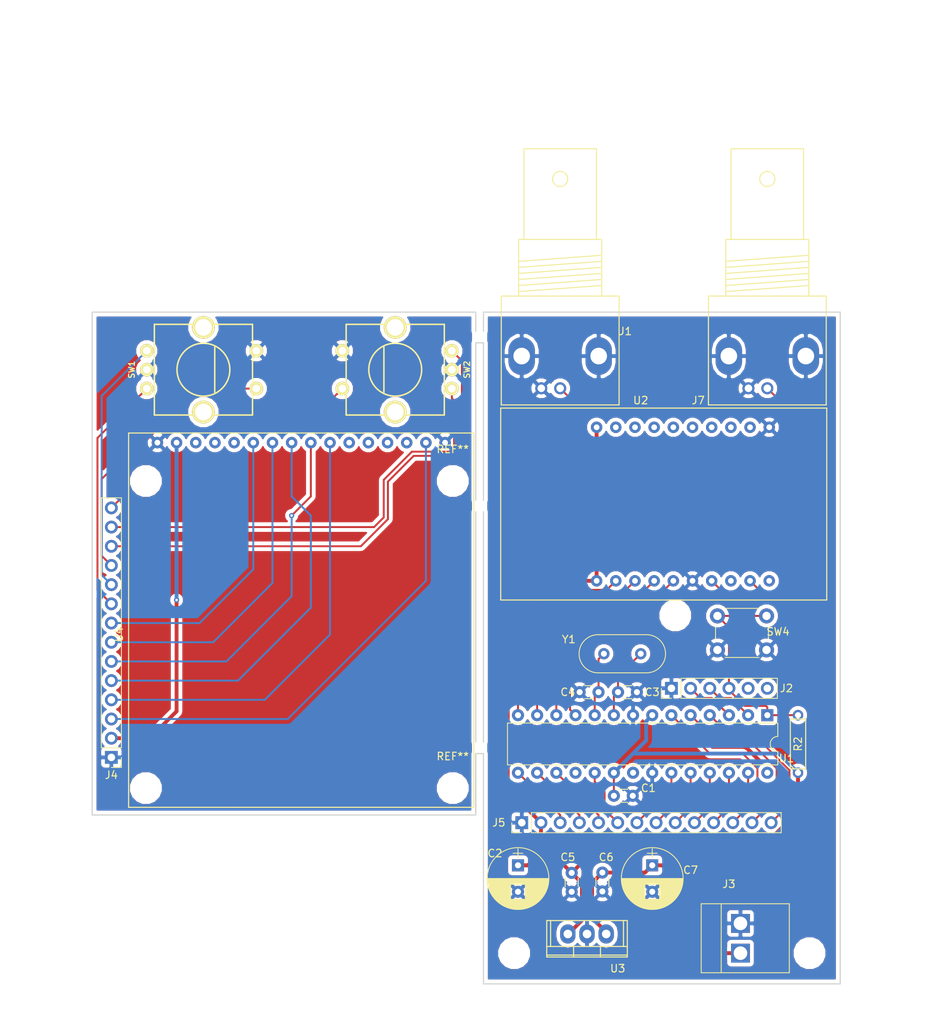
<source format=kicad_pcb>
(kicad_pcb (version 4) (host pcbnew 4.0.7-e2-6376~58~ubuntu16.04.1)
  (title_block (title AD9850))
  (layers (0 F.Cu signal) (31 B.Cu signal) (35 F.Paste user hide) (36 B.SilkS user) (37 F.SilkS user) (38 B.Mask user) (39 F.Mask user) (44 Edge.Cuts user))
  (net 0 "")
  (net 1 +5V)
  (net 2 GND)
  (net 3 "Net-(C3-Pad2)")
  (net 4 "Net-(C4-Pad2)")
  (net 5 "Net-(J1-Pad1)")
  (net 6 "Net-(J2-Pad5)")
  (net 7 "Net-(J2-Pad6)")
  (net 8 "Net-(J7-Pad1)")
  (net 9 "Net-(U1-Pad18)")
  (net 10 "Net-(U1-Pad21)")
  (net 11 "Net-(U1-Pad11)")
  (net 12 "Net-(U1-Pad12)")
  (net 13 "Net-(U1-Pad13)")
  (net 14 "Net-(U1-Pad14)")
  (net 15 "Net-(U1-Pad28)")
  (net 16 "Net-(J2-Pad2)")
  (net 17 "Net-(J2-Pad3)")
  (net 18 "Net-(J2-Pad4)")
  (net 19 /D9)
  (net 20 /CS)
  (net 21 /MOSI)
  (net 22 /SCK)
  (net 23 /DC)
  (net 24 /RST)
  (net 25 /STEP1)
  (net 26 /STEP2)
  (net 27 /SET1Hz)
  (net 28 /FREQ1)
  (net 29 /FREQ2)
  (net 30 /SET1kHz)
  (net 31 "Net-(C6-Pad1)")
  (net 32 "Net-(U2-Pad8)")
  (net 33 "Net-(U2-Pad10)")
  (net 34 "Net-(U2-Pad19)")
  (net 35 "Net-(U2-Pad18)")
  (net 36 "Net-(U2-Pad17)")
  (net 37 "Net-(U2-Pad16)")
  (net 38 "Net-(U2-Pad15)")
  (net 39 "Net-(U2-Pad14)")
  (net 40 "Net-(U2-Pad13)")
  (net 41 "Net-(U2-Pad12)")
  (net 42 "Net-(U4-Pad11)")
  (net 43 "Net-(U4-Pad12)")
  (net 44 "Net-(U4-Pad13)")
  (net 45 "Net-(U4-Pad14)")
  (module Crystals:Crystal_HC49-4H_Vertical (layer F.Cu) (at 173.736 110.744 180)
    (fp_text reference Y1 (at 9.525 1.905 180) (layer F.SilkS))
    (fp_text value 16MHz)
    (pad 1 thru_hole circle (at 0 0 180) (size 1.5 1.5) (drill 0.8) (layers *.Cu *.Mask) (net 3 "Net-(C3-Pad2)"))
    (pad 2 thru_hole circle (at 4.88 0 180) (size 1.5 1.5) (drill 0.8) (layers *.Cu *.Mask) (net 4 "Net-(C4-Pad2)"))
  )
  (module Mounting_Holes:MountingHole_3.2mm_M3 (layer F.Cu) (at 156.972 150.368)
    (fp_text reference "" (at 0 -4.2) (layer F.SilkS))
    (fp_text value "")
    (pad 1 np_thru_hole circle (at 0 0) (size 3.2 3.2) (drill 3.2) (layers *.Cu *.Mask))
  )
  (module Capacitors_THT:C_Disc_D3.0mm_W1.6mm_P2.50mm (layer F.Cu) (at 170.18 129.54)
    (fp_text reference C1 (at 4.572 -1.016) (layer F.SilkS))
    (fp_text value 0.1uF)
    (pad 1 thru_hole circle (at 0 0) (size 1.6 1.6) (drill 0.8) (layers *.Cu *.Mask) (net 1 +5V))
    (pad 2 thru_hole circle (at 2.5 0) (size 1.6 1.6) (drill 0.8) (layers *.Cu *.Mask) (net 2 GND))
  )
  (module Housings_DIP:DIP-28_W7.62mm (layer F.Cu) (at 190.5 118.872 270)
    (fp_text reference U1 (at 5.715 -2.54 360) (layer F.SilkS))
    (fp_text value ATMEGA328P-PU)
    (pad 1 thru_hole rect (at 0 0 270) (size 1.6 1.6) (drill 0.8) (layers *.Cu *.Mask) (net 18 "Net-(J2-Pad4)"))
    (pad 15 thru_hole oval (at 7.62 33.02 270) (size 1.6 1.6) (drill 0.8) (layers *.Cu *.Mask) (net 19 /D9))
    (pad 2 thru_hole oval (at 0 2.54 270) (size 1.6 1.6) (drill 0.8) (layers *.Cu *.Mask) (net 17 "Net-(J2-Pad3)"))
    (pad 16 thru_hole oval (at 7.62 30.48 270) (size 1.6 1.6) (drill 0.8) (layers *.Cu *.Mask) (net 20 /CS))
    (pad 3 thru_hole oval (at 0 5.08 270) (size 1.6 1.6) (drill 0.8) (layers *.Cu *.Mask) (net 16 "Net-(J2-Pad2)"))
    (pad 17 thru_hole oval (at 7.62 27.94 270) (size 1.6 1.6) (drill 0.8) (layers *.Cu *.Mask) (net 21 /MOSI))
    (pad 4 thru_hole oval (at 0 7.62 270) (size 1.6 1.6) (drill 0.8) (layers *.Cu *.Mask) (net 28 /FREQ1))
    (pad 18 thru_hole oval (at 7.62 25.4 270) (size 1.6 1.6) (drill 0.8) (layers *.Cu *.Mask) (net 9 "Net-(U1-Pad18)"))
    (pad 5 thru_hole oval (at 0 10.16 270) (size 1.6 1.6) (drill 0.8) (layers *.Cu *.Mask) (net 29 /FREQ2))
    (pad 19 thru_hole oval (at 7.62 22.86 270) (size 1.6 1.6) (drill 0.8) (layers *.Cu *.Mask) (net 22 /SCK))
    (pad 6 thru_hole oval (at 0 12.7 270) (size 1.6 1.6) (drill 0.8) (layers *.Cu *.Mask) (net 30 /SET1kHz))
    (pad 20 thru_hole oval (at 7.62 20.32 270) (size 1.6 1.6) (drill 0.8) (layers *.Cu *.Mask) (net 1 +5V))
    (pad 7 thru_hole oval (at 0 15.24 270) (size 1.6 1.6) (drill 0.8) (layers *.Cu *.Mask) (net 1 +5V))
    (pad 21 thru_hole oval (at 7.62 17.78 270) (size 1.6 1.6) (drill 0.8) (layers *.Cu *.Mask) (net 10 "Net-(U1-Pad21)"))
    (pad 8 thru_hole oval (at 0 17.78 270) (size 1.6 1.6) (drill 0.8) (layers *.Cu *.Mask) (net 2 GND))
    (pad 22 thru_hole oval (at 7.62 15.24 270) (size 1.6 1.6) (drill 0.8) (layers *.Cu *.Mask) (net 2 GND))
    (pad 9 thru_hole oval (at 0 20.32 270) (size 1.6 1.6) (drill 0.8) (layers *.Cu *.Mask) (net 3 "Net-(C3-Pad2)"))
    (pad 23 thru_hole oval (at 7.62 12.7 270) (size 1.6 1.6) (drill 0.8) (layers *.Cu *.Mask) (net 23 /DC))
    (pad 10 thru_hole oval (at 0 22.86 270) (size 1.6 1.6) (drill 0.8) (layers *.Cu *.Mask) (net 4 "Net-(C4-Pad2)"))
    (pad 24 thru_hole oval (at 7.62 10.16 270) (size 1.6 1.6) (drill 0.8) (layers *.Cu *.Mask) (net 24 /RST))
    (pad 11 thru_hole oval (at 0 25.4 270) (size 1.6 1.6) (drill 0.8) (layers *.Cu *.Mask) (net 11 "Net-(U1-Pad11)"))
    (pad 25 thru_hole oval (at 7.62 7.62 270) (size 1.6 1.6) (drill 0.8) (layers *.Cu *.Mask) (net 25 /STEP1))
    (pad 12 thru_hole oval (at 0 27.94 270) (size 1.6 1.6) (drill 0.8) (layers *.Cu *.Mask) (net 12 "Net-(U1-Pad12)"))
    (pad 26 thru_hole oval (at 7.62 5.08 270) (size 1.6 1.6) (drill 0.8) (layers *.Cu *.Mask) (net 26 /STEP2))
    (pad 13 thru_hole oval (at 0 30.48 270) (size 1.6 1.6) (drill 0.8) (layers *.Cu *.Mask) (net 13 "Net-(U1-Pad13)"))
    (pad 27 thru_hole oval (at 7.62 2.54 270) (size 1.6 1.6) (drill 0.8) (layers *.Cu *.Mask) (net 27 /SET1Hz))
    (pad 14 thru_hole oval (at 0 33.02 270) (size 1.6 1.6) (drill 0.8) (layers *.Cu *.Mask) (net 14 "Net-(U1-Pad14)"))
    (pad 28 thru_hole oval (at 7.62 0 270) (size 1.6 1.6) (drill 0.8) (layers *.Cu *.Mask) (net 15 "Net-(U1-Pad28)"))
  )
  (module Capacitors_THT:C_Disc_D3.0mm_W1.6mm_P2.50mm (layer F.Cu) (at 165.648 115.824)
    (fp_text reference C4 (at -1.564 0) (layer F.SilkS))
    (fp_text value 22pF)
    (pad 1 thru_hole circle (at 0 0) (size 1.6 1.6) (drill 0.8) (layers *.Cu *.Mask) (net 2 GND))
    (pad 2 thru_hole circle (at 2.5 0) (size 1.6 1.6) (drill 0.8) (layers *.Cu *.Mask) (net 4 "Net-(C4-Pad2)"))
  )
  (module Capacitors_THT:C_Disc_D3.0mm_W1.6mm_P2.50mm (layer F.Cu) (at 173.228 115.824 180)
    (fp_text reference C3 (at -2.032 0 180) (layer F.SilkS))
    (fp_text value 22pF)
    (pad 1 thru_hole circle (at 0 0 180) (size 1.6 1.6) (drill 0.8) (layers *.Cu *.Mask) (net 2 GND))
    (pad 2 thru_hole circle (at 2.5 0 180) (size 1.6 1.6) (drill 0.8) (layers *.Cu *.Mask) (net 3 "Net-(C3-Pad2)"))
  )
  (module Capacitors_THT:C_Disc_D3.0mm_W1.6mm_P2.50mm (layer F.Cu) (at 164.592 139.74 270)
    (fp_text reference C5 (at -2.072 0.508 360) (layer F.SilkS))
    (fp_text value 0.1uF)
    (pad 1 thru_hole circle (at 0 0 270) (size 1.6 1.6) (drill 0.8) (layers *.Cu *.Mask) (net 1 +5V))
    (pad 2 thru_hole circle (at 2.5 0 270) (size 1.6 1.6) (drill 0.8) (layers *.Cu *.Mask) (net 2 GND))
  )
  (module Capacitors_THT:C_Disc_D3.0mm_W1.6mm_P2.50mm (layer F.Cu) (at 168.656 139.7 270)
    (fp_text reference C6 (at -2.032 -0.508 360) (layer F.SilkS))
    (fp_text value 0.1uF)
    (pad 1 thru_hole circle (at 0 0 270) (size 1.6 1.6) (drill 0.8) (layers *.Cu *.Mask) (net 31 "Net-(C6-Pad1)"))
    (pad 2 thru_hole circle (at 2.5 0 270) (size 1.6 1.6) (drill 0.8) (layers *.Cu *.Mask) (net 2 GND))
  )
  (module Connectors_TE-Connectivity:BNC_Socket_TYCO-AMP (layer F.Cu) (at 163.068 70.612)
    (fp_text reference J1 (at 8.636 -2.54) (layer F.SilkS))
    (fp_text value "Square Out")
    (pad 2 thru_hole oval (at -5.09778 0.7366) (size 3.50012 5.00126) (drill 2.19964) (layers *.Cu *.Mask) (net 2 GND))
    (pad 2 thru_hole oval (at 5.10032 0.7366) (size 3.50012 5.00126) (drill 2.19964) (layers *.Cu *.Mask) (net 2 GND))
    (pad 1 thru_hole circle (at 0 5.00126) (size 1.6002 1.6002) (drill 1.00076) (layers *.Cu *.Mask) (net 5 "Net-(J1-Pad1)"))
    (pad 2 thru_hole circle (at -2.49936 5.00126) (size 1.6002 1.6002) (drill 1.00076) (layers *.Cu *.Mask) (net 2 GND))
  )
  (module Pin_Headers:Pin_Header_Straight_1x06_Pitch2.54mm (layer F.Cu) (at 177.8 115.316 90)
    (fp_text reference J2 (at 0 15.24 180) (layer F.SilkS))
    (fp_text value "Programming Header")
    (pad 1 thru_hole rect (at 0 0 90) (size 1.7 1.7) (drill 1) (layers *.Cu *.Mask) (net 2 GND))
    (pad 2 thru_hole oval (at 0 2.54 90) (size 1.7 1.7) (drill 1) (layers *.Cu *.Mask) (net 16 "Net-(J2-Pad2)"))
    (pad 3 thru_hole oval (at 0 5.08 90) (size 1.7 1.7) (drill 1) (layers *.Cu *.Mask) (net 17 "Net-(J2-Pad3)"))
    (pad 4 thru_hole oval (at 0 7.62 90) (size 1.7 1.7) (drill 1) (layers *.Cu *.Mask) (net 18 "Net-(J2-Pad4)"))
    (pad 5 thru_hole oval (at 0 10.16 90) (size 1.7 1.7) (drill 1) (layers *.Cu *.Mask) (net 6 "Net-(J2-Pad5)"))
    (pad 6 thru_hole oval (at 0 12.7 90) (size 1.7 1.7) (drill 1) (layers *.Cu *.Mask) (net 7 "Net-(J2-Pad6)"))
  )
  (module Connectors_TE-Connectivity:BNC_Socket_TYCO-AMP (layer F.Cu) (at 190.5 70.612)
    (fp_text reference J7 (at -9.144 6.604) (layer F.SilkS))
    (fp_text value "Sine Out")
    (pad 2 thru_hole oval (at -5.09778 0.7366) (size 3.50012 5.00126) (drill 2.19964) (layers *.Cu *.Mask) (net 2 GND))
    (pad 2 thru_hole oval (at 5.10032 0.7366) (size 3.50012 5.00126) (drill 2.19964) (layers *.Cu *.Mask) (net 2 GND))
    (pad 1 thru_hole circle (at 0 5.00126) (size 1.6002 1.6002) (drill 1.00076) (layers *.Cu *.Mask) (net 8 "Net-(J7-Pad1)"))
    (pad 2 thru_hole circle (at -2.49936 5.00126) (size 1.6002 1.6002) (drill 1.00076) (layers *.Cu *.Mask) (net 2 GND))
  )
  (module Buttons_Switches_THT:SW_PUSH_6mm (layer F.Cu) (at 183.896 105.736)
    (fp_text reference SW4 (at 8.024 2.087) (layer F.SilkS))
    (fp_text value Reset/Pgm)
    (pad 2 thru_hole circle (at 0 4.5 90) (size 2 2) (drill 1.1) (layers *.Cu *.Mask) (net 2 GND))
    (pad 1 thru_hole circle (at 0 0 90) (size 2 2) (drill 1.1) (layers *.Cu *.Mask) (net 18 "Net-(J2-Pad4)"))
    (pad 2 thru_hole circle (at 6.5 4.5 90) (size 2 2) (drill 1.1) (layers *.Cu *.Mask) (net 2 GND))
    (pad 1 thru_hole circle (at 6.5 0 90) (size 2 2) (drill 1.1) (layers *.Cu *.Mask) (net 18 "Net-(J2-Pad4)"))
  )
  (module myfootprint:TO-220 (layer F.Cu) (at 166.624 147.828 180)
    (fp_text reference U3 (at -4.064 -4.572 180) (layer F.SilkS))
    (fp_text value 7805)
    (pad GND thru_hole oval (at 0 0 180) (size 2.032 2.54) (drill 1.143) (layers *.Cu *.Mask) (net 2 GND))
    (pad VO thru_hole oval (at 2.54 0 180) (size 2.032 2.54) (drill 1.143) (layers *.Cu *.Mask) (net 1 +5V))
    (pad VI thru_hole oval (at -2.54 0 180) (size 2.032 2.54) (drill 1.143) (layers *.Cu *.Mask) (net 31 "Net-(C6-Pad1)"))
  )
  (module Capacitors_THT:CP_Radial_D8.0mm_P3.50mm (layer F.Cu) (at 157.48 138.74 270)
    (fp_text reference C2 (at -1.58 3.048 540) (layer F.SilkS))
    (fp_text value 220uF)
    (pad 1 thru_hole rect (at 0 0 270) (size 1.6 1.6) (drill 0.8) (layers *.Cu *.Mask) (net 1 +5V))
    (pad 2 thru_hole circle (at 3.5 0 270) (size 1.6 1.6) (drill 0.8) (layers *.Cu *.Mask) (net 2 GND))
  )
  (module Capacitors_THT:CP_Radial_D8.0mm_P3.50mm (layer F.Cu) (at 175.26 138.74 270)
    (fp_text reference C7 (at 0.635 -5.08 360) (layer F.SilkS))
    (fp_text value 220uF)
    (pad 1 thru_hole rect (at 0 0 270) (size 1.6 1.6) (drill 0.8) (layers *.Cu *.Mask) (net 31 "Net-(C6-Pad1)"))
    (pad 2 thru_hole circle (at 3.5 0 270) (size 1.6 1.6) (drill 0.8) (layers *.Cu *.Mask) (net 2 GND))
  )
  (module Discret:R3 (layer F.Cu) (at 194.564 122.682 90)
    (fp_text reference R2 (at 0 0 90) (layer F.SilkS))
    (fp_text value 10k)
    (pad 1 thru_hole circle (at -3.81 0 90) (size 1.397 1.397) (drill 0.8128) (layers *.Cu *.Mask) (net 1 +5V))
    (pad 2 thru_hole circle (at 3.81 0 90) (size 1.397 1.397) (drill 0.8128) (layers *.Cu *.Mask) (net 18 "Net-(J2-Pad4)"))
  )
  (module Pin_Headers:Pin_Header_Straight_1x14_Pitch2.54mm (layer F.Cu) (at 157.988 133.096 90)
    (fp_text reference J5 (at 0 -3.048 180) (layer F.SilkS))
    (fp_text value "")
    (pad 1 thru_hole rect (at 0 0 90) (size 1.7 1.7) (drill 1) (layers *.Cu *.Mask) (net 2 GND))
    (pad 2 thru_hole oval (at 0 2.54 90) (size 1.7 1.7) (drill 1) (layers *.Cu *.Mask) (net 1 +5V))
    (pad 3 thru_hole oval (at 0 5.08 90) (size 1.7 1.7) (drill 1) (layers *.Cu *.Mask) (net 19 /D9))
    (pad 4 thru_hole oval (at 0 7.62 90) (size 1.7 1.7) (drill 1) (layers *.Cu *.Mask) (net 20 /CS))
    (pad 5 thru_hole oval (at 0 10.16 90) (size 1.7 1.7) (drill 1) (layers *.Cu *.Mask) (net 21 /MOSI))
    (pad 6 thru_hole oval (at 0 12.7 90) (size 1.7 1.7) (drill 1) (layers *.Cu *.Mask) (net 22 /SCK))
    (pad 7 thru_hole oval (at 0 15.24 90) (size 1.7 1.7) (drill 1) (layers *.Cu *.Mask) (net 23 /DC))
    (pad 8 thru_hole oval (at 0 17.78 90) (size 1.7 1.7) (drill 1) (layers *.Cu *.Mask) (net 24 /RST))
    (pad 9 thru_hole oval (at 0 20.32 90) (size 1.7 1.7) (drill 1) (layers *.Cu *.Mask) (net 25 /STEP1))
    (pad 10 thru_hole oval (at 0 22.86 90) (size 1.7 1.7) (drill 1) (layers *.Cu *.Mask) (net 26 /STEP2))
    (pad 11 thru_hole oval (at 0 25.4 90) (size 1.7 1.7) (drill 1) (layers *.Cu *.Mask) (net 27 /SET1Hz))
    (pad 12 thru_hole oval (at 0 27.94 90) (size 1.7 1.7) (drill 1) (layers *.Cu *.Mask) (net 30 /SET1kHz))
    (pad 13 thru_hole oval (at 0 30.48 90) (size 1.7 1.7) (drill 1) (layers *.Cu *.Mask) (net 29 /FREQ2))
    (pad 14 thru_hole oval (at 0 33.02 90) (size 1.7 1.7) (drill 1) (layers *.Cu *.Mask) (net 28 /FREQ1))
  )
  (module myfootprint:DS9850_Module (layer F.Cu) (at 179.324 90.932 90)
    (fp_text reference U2 (at 13.716 -5.588 180) (layer F.SilkS))
    (fp_text value AD9850_Module)
    (pad 1 thru_hole circle (at -10.16 -11.43 90) (size 1.524 1.524) (drill 0.762) (layers *.Cu *.Mask) (net 1 +5V))
    (pad 2 thru_hole circle (at -10.16 -8.89 180) (size 1.524 1.524) (drill 0.762) (layers *.Cu *.Mask) (net 14 "Net-(U1-Pad14)"))
    (pad 3 thru_hole circle (at -10.16 -6.35 90) (size 1.524 1.524) (drill 0.762) (layers *.Cu *.Mask) (net 13 "Net-(U1-Pad13)"))
    (pad 4 thru_hole circle (at -10.16 -3.81 90) (size 1.524 1.524) (drill 0.762) (layers *.Cu *.Mask) (net 12 "Net-(U1-Pad12)"))
    (pad 5 thru_hole circle (at -10.16 -1.27 90) (size 1.524 1.524) (drill 0.762) (layers *.Cu *.Mask) (net 11 "Net-(U1-Pad11)"))
    (pad 6 thru_hole circle (at -10.16 1.27 90) (size 1.524 1.524) (drill 0.762) (layers *.Cu *.Mask) (net 2 GND))
    (pad 7 thru_hole circle (at -10.16 3.81 90) (size 1.524 1.524) (drill 0.762) (layers *.Cu *.Mask) (net 8 "Net-(J7-Pad1)"))
    (pad 8 thru_hole circle (at -10.16 6.35 90) (size 1.524 1.524) (drill 0.762) (layers *.Cu *.Mask) (net 32 "Net-(U2-Pad8)"))
    (pad 9 thru_hole circle (at -10.16 8.89 90) (size 1.524 1.524) (drill 0.762) (layers *.Cu *.Mask) (net 5 "Net-(J1-Pad1)"))
    (pad 10 thru_hole circle (at -10.16 11.43 90) (size 1.524 1.524) (drill 0.762) (layers *.Cu *.Mask) (net 33 "Net-(U2-Pad10)"))
    (pad 20 thru_hole circle (at 10.16 -11.43 90) (size 1.524 1.524) (drill 0.762) (layers *.Cu *.Mask) (net 1 +5V))
    (pad 19 thru_hole circle (at 10.16 -8.89 90) (size 1.524 1.524) (drill 0.762) (layers *.Cu *.Mask) (net 34 "Net-(U2-Pad19)"))
    (pad 18 thru_hole circle (at 10.16 -6.35 90) (size 1.524 1.524) (drill 0.762) (layers *.Cu *.Mask) (net 35 "Net-(U2-Pad18)"))
    (pad 17 thru_hole circle (at 10.16 -3.81 90) (size 1.524 1.524) (drill 0.762) (layers *.Cu *.Mask) (net 36 "Net-(U2-Pad17)"))
    (pad 16 thru_hole circle (at 10.16 -1.27 90) (size 1.524 1.524) (drill 0.762) (layers *.Cu *.Mask) (net 37 "Net-(U2-Pad16)"))
    (pad 15 thru_hole circle (at 10.16 1.27 90) (size 1.524 1.524) (drill 0.762) (layers *.Cu *.Mask) (net 38 "Net-(U2-Pad15)"))
    (pad 14 thru_hole circle (at 10.16 3.81 90) (size 1.524 1.524) (drill 0.762) (layers *.Cu *.Mask) (net 39 "Net-(U2-Pad14)"))
    (pad 13 thru_hole circle (at 10.16 6.35 90) (size 1.524 1.524) (drill 0.762) (layers *.Cu *.Mask) (net 40 "Net-(U2-Pad13)"))
    (pad 12 thru_hole circle (at 10.16 8.89 90) (size 1.524 1.524) (drill 0.762) (layers *.Cu *.Mask) (net 41 "Net-(U2-Pad12)"))
    (pad 11 thru_hole circle (at 10.16 11.43 90) (size 1.524 1.524) (drill 0.762) (layers *.Cu *.Mask) (net 2 GND))
  )
  (module Mounting_Holes:MountingHole_3.2mm_M3_DIN965 (layer F.Cu) (at 178.308 105.664)
    (fp_text reference "" (at 0 -3.8) (layer F.SilkS))
    (fp_text value "")
    (pad 1 np_thru_hole circle (at 0 0) (size 3.2 3.2) (drill 3.2) (layers *.Cu *.Mask))
  )
  (module Pin_Headers:Pin_Header_Straight_1x14_Pitch2.54mm (layer F.Cu) (at 103.632 124.46 180)
    (fp_text reference J4 (at 0 -2.33 180) (layer F.SilkS))
    (fp_text value "")
    (pad 1 thru_hole rect (at 0 0 180) (size 1.7 1.7) (drill 1) (layers *.Cu *.Mask) (net 2 GND))
    (pad 2 thru_hole oval (at 0 2.54 180) (size 1.7 1.7) (drill 1) (layers *.Cu *.Mask) (net 1 +5V))
    (pad 3 thru_hole oval (at 0 5.08 180) (size 1.7 1.7) (drill 1) (layers *.Cu *.Mask) (net 19 /D9))
    (pad 4 thru_hole oval (at 0 7.62 180) (size 1.7 1.7) (drill 1) (layers *.Cu *.Mask) (net 20 /CS))
    (pad 5 thru_hole oval (at 0 10.16 180) (size 1.7 1.7) (drill 1) (layers *.Cu *.Mask) (net 21 /MOSI))
    (pad 6 thru_hole oval (at 0 12.7 180) (size 1.7 1.7) (drill 1) (layers *.Cu *.Mask) (net 22 /SCK))
    (pad 7 thru_hole oval (at 0 15.24 180) (size 1.7 1.7) (drill 1) (layers *.Cu *.Mask) (net 23 /DC))
    (pad 8 thru_hole oval (at 0 17.78 180) (size 1.7 1.7) (drill 1) (layers *.Cu *.Mask) (net 24 /RST))
    (pad 9 thru_hole oval (at 0 20.32 180) (size 1.7 1.7) (drill 1) (layers *.Cu *.Mask) (net 25 /STEP1))
    (pad 10 thru_hole oval (at 0 22.86 180) (size 1.7 1.7) (drill 1) (layers *.Cu *.Mask) (net 26 /STEP2))
    (pad 11 thru_hole oval (at 0 25.4 180) (size 1.7 1.7) (drill 1) (layers *.Cu *.Mask) (net 27 /SET1Hz))
    (pad 12 thru_hole oval (at 0 27.94 180) (size 1.7 1.7) (drill 1) (layers *.Cu *.Mask) (net 28 /FREQ1))
    (pad 13 thru_hole oval (at 0 30.48 180) (size 1.7 1.7) (drill 1) (layers *.Cu *.Mask) (net 29 /FREQ2))
    (pad 14 thru_hole oval (at 0 33.02 180) (size 1.7 1.7) (drill 1) (layers *.Cu *.Mask) (net 30 /SET1kHz))
  )
  (module myfootprint:SF-ROTARY-ENCODER (layer F.Cu) (at 115.824 73.152 270)
    (fp_text reference SW1 (at 0 9.5 270) (layer F.SilkS) (effects (font (size 0.762 0.762) (thickness 0.1524))))
    (fp_text value "Step Encoder" hide)
    (pad 4 thru_hole circle (at -2.5 -7 270) (size 1.8 1.8) (drill 1) (layers *.Cu *.Mask F.SilkS) (net 2 GND))
    (pad 1 thru_hole circle (at -2.5 7.5 270) (size 1.8 1.8) (drill 1) (layers *.Cu *.Mask F.SilkS) (net 26 /STEP2))
    (pad 2 thru_hole circle (at 0 7.5 270) (size 1.8 1.8) (drill 1) (layers *.Cu *.Mask F.SilkS) (net 2 GND))
    (pad 3 thru_hole circle (at 2.5 7.5 270) (size 1.8 1.8) (drill 1) (layers *.Cu *.Mask F.SilkS) (net 25 /STEP1))
    (pad 5 thru_hole circle (at 2.5 -7 270) (size 1.8 1.8) (drill 1) (layers *.Cu *.Mask F.SilkS) (net 27 /SET1Hz))
    (pad "" thru_hole circle (at 5.6 0 270) (size 3 3) (drill 2.2) (layers *.Cu *.Mask F.SilkS))
    (pad "" thru_hole circle (at -5.6 0 270) (size 3 3) (drill 2.2) (layers *.Cu *.Mask F.SilkS))
  )
  (module myfootprint:SF-ROTARY-ENCODER (layer F.Cu) (at 141.224 73.152 90)
    (fp_text reference SW2 (at 0 9.5 90) (layer F.SilkS) (effects (font (size 0.762 0.762) (thickness 0.1524))))
    (fp_text value "Freq Encoder" hide)
    (pad 4 thru_hole circle (at -2.5 -7 90) (size 1.8 1.8) (drill 1) (layers *.Cu *.Mask F.SilkS) (net 30 /SET1kHz))
    (pad 1 thru_hole circle (at -2.5 7.5 90) (size 1.8 1.8) (drill 1) (layers *.Cu *.Mask F.SilkS) (net 29 /FREQ2))
    (pad 2 thru_hole circle (at 0 7.5 90) (size 1.8 1.8) (drill 1) (layers *.Cu *.Mask F.SilkS) (net 2 GND))
    (pad 3 thru_hole circle (at 2.5 7.5 90) (size 1.8 1.8) (drill 1) (layers *.Cu *.Mask F.SilkS) (net 28 /FREQ1))
    (pad 5 thru_hole circle (at 2.5 -7 90) (size 1.8 1.8) (drill 1) (layers *.Cu *.Mask F.SilkS) (net 2 GND))
    (pad "" thru_hole circle (at 5.6 0 90) (size 3 3) (drill 2.2) (layers *.Cu *.Mask F.SilkS))
    (pad "" thru_hole circle (at -5.6 0 90) (size 3 3) (drill 2.2) (layers *.Cu *.Mask F.SilkS))
  )
  (module myfootprint:128x160-SPI_w_SD-CARD (layer F.Cu) (at 135.128 108.204 270)
    (fp_text reference U4 (at 0 30.48 270) (layer F.SilkS))
    (fp_text value 1.8TFTv0.1_128x160)
    (pad 1 thru_hole circle (at -25.4 25.4 270) (size 1.524 1.524) (drill 0.762) (layers *.Cu *.Mask) (net 2 GND))
    (pad 2 thru_hole circle (at -25.4 22.86 270) (size 1.524 1.524) (drill 0.762) (layers *.Cu *.Mask) (net 1 +5V))
    (pad 3 thru_hole circle (at -25.4 20.32 270) (size 1.524 1.524) (drill 0.762) (layers *.Cu *.Mask))
    (pad 4 thru_hole circle (at -25.4 17.78 270) (size 1.524 1.524) (drill 0.762) (layers *.Cu *.Mask))
    (pad 5 thru_hole circle (at -25.4 15.24 270) (size 1.524 1.524) (drill 0.762) (layers *.Cu *.Mask))
    (pad 6 thru_hole circle (at -25.4 12.7 270) (size 1.524 1.524) (drill 0.762) (layers *.Cu *.Mask) (net 24 /RST))
    (pad 7 thru_hole circle (at -25.4 10.16 270) (size 1.524 1.524) (drill 0.762) (layers *.Cu *.Mask) (net 23 /DC))
    (pad 8 thru_hole circle (at -25.4 7.62 270) (size 1.524 1.524) (drill 0.762) (layers *.Cu *.Mask) (net 21 /MOSI))
    (pad 9 thru_hole circle (at -25.4 5.08 270) (size 1.524 1.524) (drill 0.762) (layers *.Cu *.Mask) (net 22 /SCK))
    (pad 10 thru_hole circle (at -25.4 2.54 270) (size 1.524 1.524) (drill 0.762) (layers *.Cu *.Mask) (net 20 /CS))
    (pad 11 thru_hole circle (at -25.4 0 270) (size 1.524 1.524) (drill 0.762) (layers *.Cu *.Mask) (net 42 "Net-(U4-Pad11)"))
    (pad 12 thru_hole circle (at -25.4 -2.54 270) (size 1.524 1.524) (drill 0.762) (layers *.Cu *.Mask) (net 43 "Net-(U4-Pad12)"))
    (pad 13 thru_hole circle (at -25.4 -5.08 270) (size 1.524 1.524) (drill 0.762) (layers *.Cu *.Mask) (net 44 "Net-(U4-Pad13)"))
    (pad 14 thru_hole circle (at -25.4 -7.62 270) (size 1.524 1.524) (drill 0.762) (layers *.Cu *.Mask) (net 45 "Net-(U4-Pad14)"))
    (pad 15 thru_hole circle (at -25.4 -10.16 270) (size 1.524 1.524) (drill 0.762) (layers *.Cu *.Mask) (net 19 /D9))
    (pad 16 thru_hole circle (at -25.4 -12.7 270) (size 1.524 1.524) (drill 0.762) (layers *.Cu *.Mask) (net 2 GND))
  )
  (module Connectors:GTK2400-V2 (layer F.Cu) (at 186.944 146.428 270)
    (fp_text reference J3 (at -5.204 1.524 540) (layer F.SilkS))
    (fp_text value "Power In")
    (pad 2 thru_hole rect (at 3.94 0 270) (size 2.5 2.5) (drill 1.8) (layers *.Cu *.Mask) (net 31 "Net-(C6-Pad1)"))
    (pad 1 thru_hole rect (at 0 0 270) (size 2.5 2.5) (drill 1.8) (layers *.Cu *.Mask) (net 2 GND))
  )
  (module Mounting_Holes:MountingHole_3.2mm_M3 (layer F.Cu) (at 196.088 150.368)
    (fp_text reference "" (at 0 -4.2) (layer F.SilkS))
    (fp_text value "")
    (pad 1 np_thru_hole circle (at 0 0) (size 3.2 3.2) (drill 3.2) (layers *.Cu *.Mask))
  )
  (module Mounting_Holes:MountingHole_3.2mm_M3 (layer F.Cu) (at 148.844 128.524)
    (fp_text reference REF** (at 0 -4.2) (layer F.SilkS))
    (fp_text value "")
    (pad 1 np_thru_hole circle (at 0 0) (size 3.2 3.2) (drill 3.2) (layers *.Cu *.Mask))
  )
  (module Mounting_Holes:MountingHole_3.2mm_M3 (layer F.Cu) (at 108.204 128.524)
    (fp_text reference "" (at 0 -4.2) (layer F.SilkS))
    (fp_text value "")
    (pad 1 np_thru_hole circle (at 0 0) (size 3.2 3.2) (drill 3.2) (layers *.Cu *.Mask))
  )
  (module Mounting_Holes:MountingHole_3.2mm_M3 (layer F.Cu) (at 108.204 87.884)
    (fp_text reference "" (at 0 -4.2) (layer F.SilkS))
    (fp_text value "")
    (pad 1 np_thru_hole circle (at 0 0) (size 3.2 3.2) (drill 3.2) (layers *.Cu *.Mask))
  )
  (module Mounting_Holes:MountingHole_3.2mm_M3 (layer F.Cu) (at 148.844 87.884)
    (fp_text reference REF** (at 0 -4.2) (layer F.SilkS))
    (fp_text value "")
    (pad 1 np_thru_hole circle (at 0 0) (size 3.2 3.2) (drill 3.2) (layers *.Cu *.Mask))
  )
  (gr_line (start 151.892 132.08) (end 151.892 123.952) (layer Edge.Cuts) (width 0.15))
  (gr_line (start 101.092 132.08) (end 151.892 132.08) (layer Edge.Cuts) (width 0.15))
  (gr_line (start 101.092 65.532) (end 101.092 132.08) (layer Edge.Cuts) (width 0.15))
  (gr_line (start 151.892 65.532) (end 101.092 65.532) (layer Edge.Cuts) (width 0.15))
  (gr_line (start 152.908 123.952) (end 152.908 124.46) (angle 90) (layer Edge.Cuts) (width 0.15))
  (gr_line (start 151.892 123.952) (end 152.908 123.952) (angle 90) (layer Edge.Cuts) (width 0.15))
  (gr_line (start 151.892 124.46) (end 151.892 123.952) (angle 90) (layer Edge.Cuts) (width 0.15))
  (gr_line (start 152.908 69.596) (end 152.908 70.612) (angle 90) (layer Edge.Cuts) (width 0.15))
  (gr_line (start 151.892 69.596) (end 152.908 69.596) (angle 90) (layer Edge.Cuts) (width 0.15))
  (gr_line (start 151.892 70.612) (end 151.892 69.596) (angle 90) (layer Edge.Cuts) (width 0.15))
  (gr_line (start 152.908 124.46) (end 152.908 154.432) (angle 90) (layer Edge.Cuts) (width 0.15))
  (gr_line (start 151.892 124.46) (end 151.892 132.08) (angle 90) (layer Edge.Cuts) (width 0.15))
  (gr_line (start 152.908 122.428) (end 152.908 91.948) (angle 90) (layer Edge.Cuts) (width 0.15))
  (gr_line (start 151.892 91.948) (end 151.892 122.428) (angle 90) (layer Edge.Cuts) (width 0.15))
  (gr_line (start 152.908 90.424) (end 152.908 70.612) (angle 90) (layer Edge.Cuts) (width 0.15))
  (gr_line (start 151.892 70.612) (end 151.892 90.424) (angle 90) (layer Edge.Cuts) (width 0.15))
  (gr_line (start 152.908 65.532) (end 152.908 68.072) (angle 90) (layer Edge.Cuts) (width 0.15))
  (gr_line (start 151.892 65.532) (end 151.892 68.072) (angle 90) (layer Edge.Cuts) (width 0.15))
  (gr_line (start 152.908 65.532) (end 200.152 65.532) (layer Edge.Cuts) (width 0.15))
  (gr_line (start 200.152 154.432) (end 152.908 154.432) (layer Edge.Cuts) (width 0.15))
  (gr_line (start 200.152 65.532) (end 200.152 154.432) (layer Edge.Cuts) (width 0.15))
  (segment (start 167.894 80.772) (end 167.894 101.092) (width 0.508) (layer F.Cu) (net 1))
  (segment (start 160.528 133.096) (end 156.121199 128.689199) (width 0.508) (layer F.Cu) (net 1))
  (segment (start 156.121199 128.689199) (end 156.121199 109.054801) (width 0.508) (layer F.Cu) (net 1))
  (segment (start 156.121199 109.054801) (end 164.084 101.092) (width 0.508) (layer F.Cu) (net 1))
  (segment (start 164.084 101.092) (end 167.894 101.092) (width 0.508) (layer F.Cu) (net 1))
  (segment (start 175.26 118.872) (end 174.460001 119.671999) (width 0.508) (layer B.Cu) (net 1))
  (segment (start 174.460001 119.671999) (end 174.460001 122.211999) (width 0.508) (layer B.Cu) (net 1))
  (segment (start 174.460001 122.211999) (end 172.72 123.952) (width 0.508) (layer B.Cu) (net 1))
  (segment (start 172.72 123.952) (end 192.024 123.952) (width 0.508) (layer B.Cu) (net 1))
  (segment (start 192.024 123.952) (end 194.564 126.492) (width 0.508) (layer B.Cu) (net 1))
  (segment (start 170.18 126.492) (end 172.72 123.952) (width 0.508) (layer B.Cu) (net 1))
  (segment (start 112.268 82.804) (end 112.268 103.632) (width 0.508) (layer B.Cu) (net 1))
  (segment (start 108.712 121.92) (end 103.632 121.92) (width 0.508) (layer F.Cu) (net 1))
  (segment (start 112.268 118.364) (end 108.712 121.92) (width 0.508) (layer F.Cu) (net 1))
  (segment (start 112.268 103.632) (end 112.268 118.364) (width 0.508) (layer F.Cu) (net 1))
  (via (at 112.268 103.632) (size 0.6858) (drill 0.3302) (layers F.Cu B.Cu) (net 1))
  (segment (start 157.48 138.74) (end 158.788 138.74) (width 0.508) (layer F.Cu) (net 1))
  (segment (start 158.788 138.74) (end 160.528 137) (width 0.508) (layer F.Cu) (net 1))
  (segment (start 160.528 137) (end 160.528 134.298081) (width 0.508) (layer F.Cu) (net 1))
  (segment (start 160.528 134.298081) (end 160.528 133.096) (width 0.508) (layer F.Cu) (net 1))
  (segment (start 157.48 138.74) (end 163.592 138.74) (width 0.508) (layer F.Cu) (net 1))
  (segment (start 163.592 138.74) (end 164.592 139.74) (width 0.508) (layer F.Cu) (net 1))
  (segment (start 168.696 135.636) (end 190.553026 135.636) (width 0.508) (layer F.Cu) (net 1))
  (segment (start 194.564 127.479828) (end 194.564 126.492) (width 0.508) (layer F.Cu) (net 1))
  (segment (start 190.553026 135.636) (end 194.564 131.625026) (width 0.508) (layer F.Cu) (net 1))
  (segment (start 194.564 131.625026) (end 194.564 127.479828) (width 0.508) (layer F.Cu) (net 1))
  (segment (start 164.592 139.74) (end 168.696 135.636) (width 0.508) (layer F.Cu) (net 1))
  (segment (start 164.084 147.828) (end 164.142883 147.828) (width 0.508) (layer F.Cu) (net 1))
  (segment (start 164.142883 147.828) (end 165.950801 146.020082) (width 0.508) (layer F.Cu) (net 1))
  (segment (start 165.950801 146.020082) (end 165.950801 141.098801) (width 0.508) (layer F.Cu) (net 1))
  (segment (start 165.950801 141.098801) (end 165.391999 140.539999) (width 0.508) (layer F.Cu) (net 1))
  (segment (start 165.391999 140.539999) (end 164.592 139.74) (width 0.508) (layer F.Cu) (net 1))
  (segment (start 170.18 129.54) (end 170.18 126.492) (width 0.254) (layer F.Cu) (net 1))
  (segment (start 170.728 115.824) (end 170.728 113.752) (width 0.254) (layer F.Cu) (net 3))
  (segment (start 170.728 113.752) (end 173.736 110.744) (width 0.254) (layer F.Cu) (net 3))
  (segment (start 170.18 118.872) (end 170.18 116.372) (width 0.254) (layer F.Cu) (net 3))
  (segment (start 170.18 116.372) (end 170.728 115.824) (width 0.254) (layer F.Cu) (net 3))
  (segment (start 170.22 118.832) (end 170.18 118.872) (width 0.254) (layer F.Cu) (net 3))
  (segment (start 168.148 115.824) (end 168.148 111.452) (width 0.254) (layer F.Cu) (net 4))
  (segment (start 168.148 111.452) (end 168.856 110.744) (width 0.254) (layer F.Cu) (net 4))
  (segment (start 167.64 118.872) (end 167.64 116.332) (width 0.254) (layer F.Cu) (net 4))
  (segment (start 167.64 116.332) (end 168.148 115.824) (width 0.254) (layer F.Cu) (net 4))
  (segment (start 167.6 118.832) (end 167.64 118.872) (width 0.254) (layer F.Cu) (net 4))
  (segment (start 163.068 75.61326) (end 166.016939 78.562199) (width 0.254) (layer F.Cu) (net 5))
  (segment (start 166.016939 78.562199) (end 191.835025 78.562199) (width 0.254) (layer F.Cu) (net 5))
  (segment (start 191.835025 78.562199) (end 192.963801 79.690975) (width 0.254) (layer F.Cu) (net 5))
  (segment (start 192.963801 79.690975) (end 192.963801 101.665025) (width 0.254) (layer F.Cu) (net 5))
  (segment (start 192.963801 101.665025) (end 191.835025 102.793801) (width 0.254) (layer F.Cu) (net 5))
  (segment (start 191.835025 102.793801) (end 189.915801 102.793801) (width 0.254) (layer F.Cu) (net 5))
  (segment (start 188.975999 101.853999) (end 188.214 101.092) (width 0.254) (layer F.Cu) (net 5))
  (segment (start 189.915801 102.793801) (end 188.975999 101.853999) (width 0.254) (layer F.Cu) (net 5))
  (segment (start 190.5 75.61326) (end 194.030611 79.143871) (width 0.254) (layer F.Cu) (net 8))
  (segment (start 194.03061 101.896492) (end 192.066491 103.860611) (width 0.254) (layer F.Cu) (net 8))
  (segment (start 194.030611 79.143871) (end 194.03061 101.896492) (width 0.254) (layer F.Cu) (net 8))
  (segment (start 192.066491 103.860611) (end 185.902611 103.860611) (width 0.254) (layer F.Cu) (net 8))
  (segment (start 185.902611 103.860611) (end 183.895999 101.853999) (width 0.254) (layer F.Cu) (net 8))
  (segment (start 183.895999 101.853999) (end 183.134 101.092) (width 0.254) (layer F.Cu) (net 8))
  (segment (start 165.1 118.872) (end 164.376199 118.148199) (width 0.254) (layer F.Cu) (net 11))
  (segment (start 164.376199 118.148199) (end 164.376199 110.959801) (width 0.254) (layer F.Cu) (net 11))
  (segment (start 164.376199 110.959801) (end 170.18 105.156) (width 0.254) (layer F.Cu) (net 11))
  (segment (start 170.18 105.156) (end 173.99 105.156) (width 0.254) (layer F.Cu) (net 11))
  (segment (start 173.99 105.156) (end 178.054 101.092) (width 0.254) (layer F.Cu) (net 11))
  (segment (start 162.56 118.872) (end 162.56 111.252) (width 0.254) (layer F.Cu) (net 12))
  (segment (start 162.56 111.252) (end 169.672 104.14) (width 0.254) (layer F.Cu) (net 12))
  (segment (start 169.672 104.14) (end 172.466 104.14) (width 0.254) (layer F.Cu) (net 12))
  (segment (start 172.466 104.14) (end 175.514 101.092) (width 0.254) (layer F.Cu) (net 12))
  (segment (start 168.529 103.124) (end 170.942 103.124) (width 0.254) (layer F.Cu) (net 13))
  (segment (start 170.942 103.124) (end 172.974 101.092) (width 0.254) (layer F.Cu) (net 13))
  (segment (start 160.02 111.633) (end 168.529 103.124) (width 0.254) (layer F.Cu) (net 13))
  (segment (start 160.02 111.633) (end 160.02 118.872) (width 0.254) (layer F.Cu) (net 13))
  (segment (start 157.48 111.633) (end 166.827199 102.285801) (width 0.254) (layer F.Cu) (net 14))
  (segment (start 166.827199 102.285801) (end 169.240199 102.285801) (width 0.254) (layer F.Cu) (net 14))
  (segment (start 169.240199 102.285801) (end 169.672001 101.853999) (width 0.254) (layer F.Cu) (net 14))
  (segment (start 169.672001 101.853999) (end 170.434 101.092) (width 0.254) (layer F.Cu) (net 14))
  (segment (start 157.48 118.872) (end 157.48 111.633) (width 0.254) (layer F.Cu) (net 14))
  (segment (start 180.34 115.316) (end 181.621801 116.597801) (width 0.254) (layer F.Cu) (net 16))
  (segment (start 181.621801 116.597801) (end 183.145801 116.597801) (width 0.254) (layer F.Cu) (net 16))
  (segment (start 183.145801 116.597801) (end 184.620001 118.072001) (width 0.254) (layer F.Cu) (net 16))
  (segment (start 184.620001 118.072001) (end 185.42 118.872) (width 0.254) (layer F.Cu) (net 16))
  (segment (start 182.88 115.316) (end 184.161801 116.597801) (width 0.254) (layer F.Cu) (net 17))
  (segment (start 184.161801 116.597801) (end 185.685801 116.597801) (width 0.254) (layer F.Cu) (net 17))
  (segment (start 185.685801 116.597801) (end 187.160001 118.072001) (width 0.254) (layer F.Cu) (net 17))
  (segment (start 187.160001 118.072001) (end 187.96 118.872) (width 0.254) (layer F.Cu) (net 17))
  (segment (start 183.896 105.736) (end 185.42 107.26) (width 0.254) (layer F.Cu) (net 18))
  (segment (start 185.42 107.26) (end 185.42 115.316) (width 0.254) (layer F.Cu) (net 18))
  (segment (start 183.896 105.736) (end 185.310213 105.736) (width 0.254) (layer F.Cu) (net 18))
  (segment (start 185.310213 105.736) (end 190.396 105.736) (width 0.254) (layer F.Cu) (net 18))
  (segment (start 190.5 118.872) (end 194.564 118.872) (width 0.254) (layer F.Cu) (net 18))
  (segment (start 185.42 115.316) (end 185.42 115.541724) (width 0.254) (layer F.Cu) (net 18))
  (segment (start 185.42 115.541724) (end 187.518475 117.640199) (width 0.254) (layer F.Cu) (net 18))
  (segment (start 187.518475 117.640199) (end 190.322199 117.640199) (width 0.254) (layer F.Cu) (net 18))
  (segment (start 190.322199 117.640199) (end 190.5 117.818) (width 0.254) (layer F.Cu) (net 18))
  (segment (start 190.5 117.818) (end 190.5 118.872) (width 0.254) (layer F.Cu) (net 18))
  (segment (start 103.632 119.38) (end 127 119.38) (width 0.254) (layer B.Cu) (net 19))
  (segment (start 145.288 101.092) (end 145.288 82.804) (width 0.254) (layer B.Cu) (net 19))
  (segment (start 127 119.38) (end 145.288 101.092) (width 0.254) (layer B.Cu) (net 19))
  (segment (start 157.48 126.492) (end 163.068 132.08) (width 0.254) (layer F.Cu) (net 19))
  (segment (start 163.068 132.08) (end 163.068 133.096) (width 0.254) (layer F.Cu) (net 19))
  (segment (start 103.632 116.84) (end 123.952 116.84) (width 0.254) (layer B.Cu) (net 20))
  (segment (start 132.588 108.204) (end 132.588 82.804) (width 0.254) (layer B.Cu) (net 20))
  (segment (start 123.952 116.84) (end 132.588 108.204) (width 0.254) (layer B.Cu) (net 20))
  (segment (start 160.02 126.492) (end 165.608 132.08) (width 0.254) (layer F.Cu) (net 20))
  (segment (start 165.608 132.08) (end 165.608 133.096) (width 0.254) (layer F.Cu) (net 20))
  (segment (start 127.508 82.804) (end 127.508 89.916) (width 0.254) (layer B.Cu) (net 21))
  (segment (start 127.508 89.916) (end 130.048 92.456) (width 0.254) (layer B.Cu) (net 21))
  (segment (start 130.048 92.456) (end 130.048 104.648) (width 0.254) (layer B.Cu) (net 21))
  (segment (start 130.048 104.648) (end 120.396 114.3) (width 0.254) (layer B.Cu) (net 21))
  (segment (start 120.396 114.3) (end 103.632 114.3) (width 0.254) (layer B.Cu) (net 21))
  (segment (start 162.56 126.492) (end 168.148 132.08) (width 0.254) (layer F.Cu) (net 21))
  (segment (start 168.148 132.08) (end 168.148 133.096) (width 0.254) (layer F.Cu) (net 21))
  (segment (start 127.508 103.124) (end 118.872 111.76) (width 0.254) (layer B.Cu) (net 22))
  (segment (start 118.872 111.76) (end 103.632 111.76) (width 0.254) (layer B.Cu) (net 22))
  (segment (start 127.508 92.456) (end 127.508 103.124) (width 0.254) (layer B.Cu) (net 22))
  (via (at 127.508 92.456) (size 0.6858) (drill 0.3302) (layers F.Cu B.Cu) (net 22))
  (segment (start 130.048 89.916) (end 127.508 92.456) (width 0.254) (layer F.Cu) (net 22))
  (segment (start 130.048 82.804) (end 130.048 89.916) (width 0.254) (layer F.Cu) (net 22))
  (segment (start 167.64 126.492) (end 167.64 127.676934) (width 0.254) (layer F.Cu) (net 22))
  (segment (start 167.64 127.676934) (end 168.948199 128.985133) (width 0.254) (layer F.Cu) (net 22))
  (segment (start 168.948199 131.356199) (end 169.838001 132.246001) (width 0.254) (layer F.Cu) (net 22))
  (segment (start 168.948199 128.985133) (end 168.948199 131.356199) (width 0.254) (layer F.Cu) (net 22))
  (segment (start 169.838001 132.246001) (end 170.688 133.096) (width 0.254) (layer F.Cu) (net 22))
  (segment (start 124.968 92.456) (end 124.968 82.804) (width 0.254) (layer B.Cu) (net 23))
  (segment (start 103.632 109.22) (end 117.122276 109.22) (width 0.254) (layer B.Cu) (net 23))
  (segment (start 124.968 101.374276) (end 124.968 92.456) (width 0.254) (layer B.Cu) (net 23))
  (segment (start 117.122276 109.22) (end 124.968 101.374276) (width 0.254) (layer B.Cu) (net 23))
  (segment (start 173.228 133.096) (end 177.8 128.524) (width 0.254) (layer F.Cu) (net 23))
  (segment (start 177.8 128.524) (end 177.8 126.492) (width 0.254) (layer F.Cu) (net 23))
  (segment (start 122.428 92.456) (end 122.428 82.804) (width 0.254) (layer B.Cu) (net 24))
  (segment (start 122.428 99.568) (end 115.316 106.68) (width 0.254) (layer B.Cu) (net 24))
  (segment (start 115.316 106.68) (end 103.632 106.68) (width 0.254) (layer B.Cu) (net 24))
  (segment (start 122.428 92.456) (end 122.428 99.568) (width 0.254) (layer B.Cu) (net 24))
  (segment (start 175.768 133.096) (end 180.34 128.524) (width 0.254) (layer F.Cu) (net 24))
  (segment (start 180.34 128.524) (end 180.34 126.492) (width 0.254) (layer F.Cu) (net 24))
  (segment (start 108.324 75.652) (end 101.791389 82.184611) (width 0.254) (layer F.Cu) (net 25))
  (segment (start 101.791389 82.184611) (end 101.791389 102.299389) (width 0.254) (layer F.Cu) (net 25))
  (segment (start 101.791389 102.299389) (end 102.782001 103.290001) (width 0.254) (layer F.Cu) (net 25))
  (segment (start 102.782001 103.290001) (end 103.632 104.14) (width 0.254) (layer F.Cu) (net 25))
  (segment (start 178.308 133.096) (end 182.88 128.524) (width 0.254) (layer F.Cu) (net 25))
  (segment (start 182.88 128.524) (end 182.88 126.492) (width 0.254) (layer F.Cu) (net 25))
  (segment (start 108.324 70.652) (end 102.350199 76.625801) (width 0.254) (layer B.Cu) (net 26))
  (segment (start 102.350199 76.625801) (end 102.350199 100.318199) (width 0.254) (layer B.Cu) (net 26))
  (segment (start 102.350199 100.318199) (end 102.782001 100.750001) (width 0.254) (layer B.Cu) (net 26))
  (segment (start 102.782001 100.750001) (end 103.632 101.6) (width 0.254) (layer B.Cu) (net 26))
  (segment (start 180.848 133.096) (end 185.42 128.524) (width 0.254) (layer F.Cu) (net 26))
  (segment (start 185.42 128.524) (end 185.42 126.492) (width 0.254) (layer F.Cu) (net 26))
  (segment (start 122.824 75.652) (end 114.322898 75.652) (width 0.254) (layer F.Cu) (net 27))
  (segment (start 102.782001 98.210001) (end 103.632 99.06) (width 0.254) (layer F.Cu) (net 27))
  (segment (start 102.350199 97.778199) (end 102.782001 98.210001) (width 0.254) (layer F.Cu) (net 27))
  (segment (start 102.350199 87.624699) (end 102.350199 97.778199) (width 0.254) (layer F.Cu) (net 27))
  (segment (start 114.322898 75.652) (end 102.350199 87.624699) (width 0.254) (layer F.Cu) (net 27))
  (segment (start 183.388 133.096) (end 187.96 128.524) (width 0.254) (layer F.Cu) (net 27))
  (segment (start 187.96 128.524) (end 187.96 126.492) (width 0.254) (layer F.Cu) (net 27))
  (segment (start 143.665267 84.556611) (end 140.25881 87.963068) (width 0.254) (layer F.Cu) (net 28))
  (segment (start 140.25881 87.963068) (end 140.25881 92.930292) (width 0.254) (layer F.Cu) (net 28))
  (segment (start 140.25881 92.930292) (end 136.669102 96.52) (width 0.254) (layer F.Cu) (net 28))
  (segment (start 148.632491 84.556611) (end 143.665267 84.556611) (width 0.254) (layer F.Cu) (net 28))
  (segment (start 150.055801 83.133301) (end 148.632491 84.556611) (width 0.254) (layer F.Cu) (net 28))
  (segment (start 148.724 70.652) (end 150.055801 71.983801) (width 0.254) (layer F.Cu) (net 28))
  (segment (start 150.055801 71.983801) (end 150.055801 83.133301) (width 0.254) (layer F.Cu) (net 28))
  (segment (start 136.669102 96.52) (end 104.834081 96.52) (width 0.254) (layer F.Cu) (net 28))
  (segment (start 104.834081 96.52) (end 103.632 96.52) (width 0.254) (layer F.Cu) (net 28))
  (segment (start 187.660934 120.396) (end 184.404 120.396) (width 0.254) (layer F.Cu) (net 28))
  (segment (start 184.404 120.396) (end 182.88 118.872) (width 0.254) (layer F.Cu) (net 28))
  (segment (start 191.008 133.096) (end 193.433699 130.670301) (width 0.254) (layer F.Cu) (net 28))
  (segment (start 193.433699 130.670301) (end 193.433699 126.168765) (width 0.254) (layer F.Cu) (net 28))
  (segment (start 193.433699 126.168765) (end 187.660934 120.396) (width 0.254) (layer F.Cu) (net 28))
  (segment (start 139.7 87.731602) (end 139.7 92.698826) (width 0.254) (layer F.Cu) (net 29))
  (segment (start 139.7 92.698826) (end 138.418826 93.98) (width 0.254) (layer F.Cu) (net 29))
  (segment (start 143.433801 83.997801) (end 139.7 87.731602) (width 0.254) (layer F.Cu) (net 29))
  (segment (start 149.021801 83.377025) (end 148.401025 83.997801) (width 0.254) (layer F.Cu) (net 29))
  (segment (start 148.401025 83.997801) (end 143.433801 83.997801) (width 0.254) (layer F.Cu) (net 29))
  (segment (start 148.724 75.652) (end 148.724 76.924792) (width 0.254) (layer F.Cu) (net 29))
  (segment (start 148.724 76.924792) (end 149.021801 77.222593) (width 0.254) (layer F.Cu) (net 29))
  (segment (start 149.021801 77.222593) (end 149.021801 83.377025) (width 0.254) (layer F.Cu) (net 29))
  (segment (start 138.418826 93.98) (end 104.834081 93.98) (width 0.254) (layer F.Cu) (net 29))
  (segment (start 104.834081 93.98) (end 103.632 93.98) (width 0.254) (layer F.Cu) (net 29))
  (segment (start 187.243066 121.412) (end 182.88 121.412) (width 0.254) (layer F.Cu) (net 29))
  (segment (start 182.88 121.412) (end 180.34 118.872) (width 0.254) (layer F.Cu) (net 29))
  (segment (start 188.468 133.096) (end 191.731801 129.832199) (width 0.254) (layer F.Cu) (net 29))
  (segment (start 191.731801 125.900735) (end 187.243066 121.412) (width 0.254) (layer F.Cu) (net 29))
  (segment (start 191.731801 129.832199) (end 191.731801 125.900735) (width 0.254) (layer F.Cu) (net 29))
  (segment (start 105.156 85.609174) (end 105.156 89.916) (width 0.254) (layer F.Cu) (net 30))
  (segment (start 105.156 89.916) (end 103.632 91.44) (width 0.254) (layer F.Cu) (net 30))
  (segment (start 134.224 75.652) (end 128.596 81.28) (width 0.254) (layer F.Cu) (net 30))
  (segment (start 128.596 81.28) (end 109.485174 81.28) (width 0.254) (layer F.Cu) (net 30))
  (segment (start 109.485174 81.28) (end 105.156 85.609174) (width 0.254) (layer F.Cu) (net 30))
  (segment (start 177.8 118.872) (end 182.88 123.952) (width 0.254) (layer F.Cu) (net 30))
  (segment (start 182.88 123.952) (end 187.243066 123.952) (width 0.254) (layer F.Cu) (net 30))
  (segment (start 187.243066 123.952) (end 189.191801 125.900735) (width 0.254) (layer F.Cu) (net 30))
  (segment (start 189.191801 125.900735) (end 189.191801 129.832199) (width 0.254) (layer F.Cu) (net 30))
  (segment (start 189.191801 129.832199) (end 185.928 133.096) (width 0.254) (layer F.Cu) (net 30))
  (segment (start 186.944 150.368) (end 183.154 150.368) (width 0.508) (layer F.Cu) (net 31))
  (segment (start 183.154 150.368) (end 180.34 147.554) (width 0.508) (layer F.Cu) (net 31))
  (segment (start 180.34 147.554) (end 180.34 142.512) (width 0.508) (layer F.Cu) (net 31))
  (segment (start 180.34 142.512) (end 176.568 138.74) (width 0.508) (layer F.Cu) (net 31))
  (segment (start 176.568 138.74) (end 175.26 138.74) (width 0.508) (layer F.Cu) (net 31))
  (segment (start 168.656 139.7) (end 174.3 139.7) (width 0.508) (layer F.Cu) (net 31))
  (segment (start 174.3 139.7) (end 175.26 138.74) (width 0.508) (layer F.Cu) (net 31))
  (segment (start 169.164 147.828) (end 169.164 147.574) (width 0.508) (layer F.Cu) (net 31))
  (segment (start 167.297199 141.058801) (end 167.856001 140.499999) (width 0.508) (layer F.Cu) (net 31))
  (segment (start 167.856001 140.499999) (end 168.656 139.7) (width 0.508) (layer F.Cu) (net 31))
  (segment (start 169.164 147.574) (end 167.297199 145.707199) (width 0.508) (layer F.Cu) (net 31))
  (segment (start 167.297199 145.707199) (end 167.297199 141.058801) (width 0.508) (layer F.Cu) (net 31))
  (zone (net 2) (net_name GND) (layer B.Cu) (connect_pads (clearance 0.508)) (min_thickness 0.254) (fill yes (arc_segments 16) (thermal_gap 0.508) (thermal_bridge_width 0.508))
    (polygon (pts (xy 151.384 66.04) (xy 151.384 131.572) (xy 101.6 131.572) (xy 101.6 66.04)))
  )
  (zone (net 0) (net_name "") (layer F.Cu) (connect_pads (clearance 0.508)) (min_thickness 0.254) (fill yes (arc_segments 16) (thermal_gap 0.508) (thermal_bridge_width 0.508))
    (polygon (pts (xy 199.644 66.04) (xy 199.644 153.924) (xy 153.416 153.924) (xy 153.416 66.04)))
  )
  (zone (net 0) (net_name "") (layer F.Cu) (connect_pads (clearance 0.508)) (min_thickness 0.254) (fill yes (arc_segments 16) (thermal_gap 0.508) (thermal_bridge_width 0.508))
    (polygon (pts (xy 101.6 66.04) (xy 151.384 66.04) (xy 151.384 131.572) (xy 101.6 131.572)))
  )
  (zone (net 2) (net_name GND) (layer B.Cu) (connect_pads (clearance 0.508)) (min_thickness 0.254) (fill yes (arc_segments 16) (thermal_gap 0.508) (thermal_bridge_width 0.508))
    (polygon (pts (xy 199.644 66.04) (xy 153.416 66.04) (xy 153.416 153.924) (xy 199.644 153.924)))
  )
)
</source>
